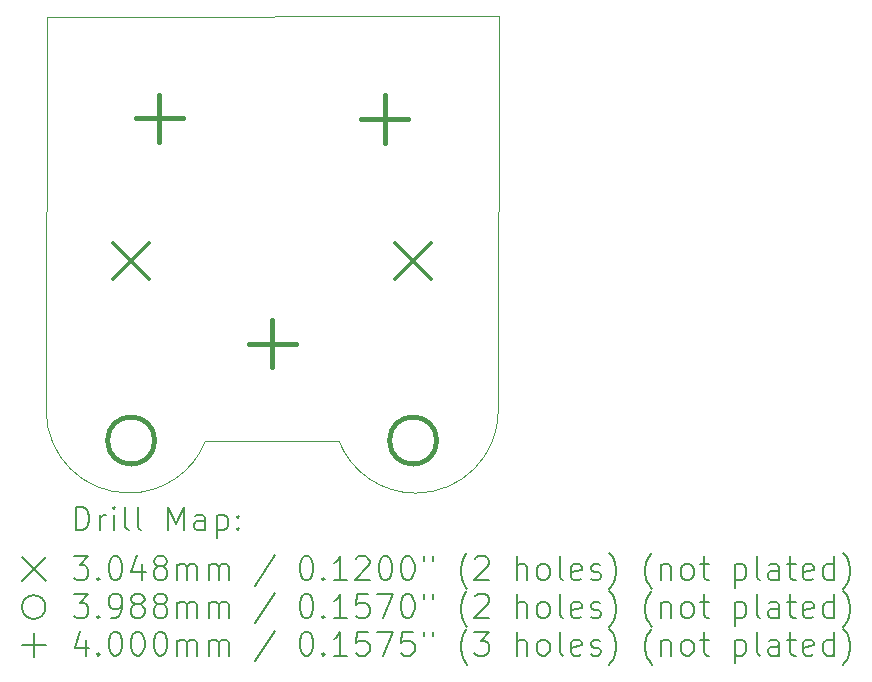
<source format=gbr>
%TF.GenerationSoftware,KiCad,Pcbnew,(6.0.8)*%
%TF.CreationDate,2024-06-02T21:29:24+02:00*%
%TF.ProjectId,micropad,6d696372-6f70-4616-942e-6b696361645f,rev?*%
%TF.SameCoordinates,Original*%
%TF.FileFunction,Drillmap*%
%TF.FilePolarity,Positive*%
%FSLAX45Y45*%
G04 Gerber Fmt 4.5, Leading zero omitted, Abs format (unit mm)*
G04 Created by KiCad (PCBNEW (6.0.8)) date 2024-06-02 21:29:24*
%MOMM*%
%LPD*%
G01*
G04 APERTURE LIST*
%ADD10C,0.100000*%
%ADD11C,0.200000*%
%ADD12C,0.304800*%
%ADD13C,0.398780*%
%ADD14C,0.400000*%
G04 APERTURE END LIST*
D10*
X6418000Y-8440000D02*
G75*
G03*
X7069000Y-8882000I651000J258413D01*
G01*
X4639000Y-8881000D02*
G75*
G03*
X5290000Y-8440000I1852J698266D01*
G01*
X5290000Y-8440000D02*
X6418000Y-8440000D01*
X7770000Y-4845000D02*
X3945000Y-4850000D01*
X3940000Y-8182000D02*
G75*
G03*
X4639000Y-8881000I699000J0D01*
G01*
X7069000Y-8882000D02*
G75*
G03*
X7769000Y-8182000I0J700000D01*
G01*
X3940000Y-8182000D02*
X3945000Y-4850000D01*
X7769000Y-8182000D02*
X7770000Y-4845000D01*
D11*
D12*
X4506800Y-6763605D02*
X4811600Y-7068405D01*
X4811600Y-6763605D02*
X4506800Y-7068405D01*
X6894400Y-6763605D02*
X7199200Y-7068405D01*
X7199200Y-6763605D02*
X6894400Y-7068405D01*
D13*
X4858590Y-8437005D02*
G75*
G03*
X4858590Y-8437005I-199390J0D01*
G01*
X7246190Y-8437005D02*
G75*
G03*
X7246190Y-8437005I-199390J0D01*
G01*
D14*
X4899000Y-5510000D02*
X4899000Y-5910000D01*
X4699000Y-5710000D02*
X5099000Y-5710000D01*
X5855000Y-7416000D02*
X5855000Y-7816000D01*
X5655000Y-7616000D02*
X6055000Y-7616000D01*
X6806000Y-5514000D02*
X6806000Y-5914000D01*
X6606000Y-5714000D02*
X7006000Y-5714000D01*
D11*
X4192619Y-9197476D02*
X4192619Y-8997476D01*
X4240238Y-8997476D01*
X4268810Y-9007000D01*
X4287857Y-9026048D01*
X4297381Y-9045095D01*
X4306905Y-9083190D01*
X4306905Y-9111762D01*
X4297381Y-9149857D01*
X4287857Y-9168905D01*
X4268810Y-9187952D01*
X4240238Y-9197476D01*
X4192619Y-9197476D01*
X4392619Y-9197476D02*
X4392619Y-9064143D01*
X4392619Y-9102238D02*
X4402143Y-9083190D01*
X4411667Y-9073667D01*
X4430714Y-9064143D01*
X4449762Y-9064143D01*
X4516429Y-9197476D02*
X4516429Y-9064143D01*
X4516429Y-8997476D02*
X4506905Y-9007000D01*
X4516429Y-9016524D01*
X4525952Y-9007000D01*
X4516429Y-8997476D01*
X4516429Y-9016524D01*
X4640238Y-9197476D02*
X4621190Y-9187952D01*
X4611667Y-9168905D01*
X4611667Y-8997476D01*
X4745000Y-9197476D02*
X4725952Y-9187952D01*
X4716429Y-9168905D01*
X4716429Y-8997476D01*
X4973571Y-9197476D02*
X4973571Y-8997476D01*
X5040238Y-9140333D01*
X5106905Y-8997476D01*
X5106905Y-9197476D01*
X5287857Y-9197476D02*
X5287857Y-9092714D01*
X5278333Y-9073667D01*
X5259286Y-9064143D01*
X5221190Y-9064143D01*
X5202143Y-9073667D01*
X5287857Y-9187952D02*
X5268810Y-9197476D01*
X5221190Y-9197476D01*
X5202143Y-9187952D01*
X5192619Y-9168905D01*
X5192619Y-9149857D01*
X5202143Y-9130810D01*
X5221190Y-9121286D01*
X5268810Y-9121286D01*
X5287857Y-9111762D01*
X5383095Y-9064143D02*
X5383095Y-9264143D01*
X5383095Y-9073667D02*
X5402143Y-9064143D01*
X5440238Y-9064143D01*
X5459286Y-9073667D01*
X5468810Y-9083190D01*
X5478333Y-9102238D01*
X5478333Y-9159381D01*
X5468810Y-9178429D01*
X5459286Y-9187952D01*
X5440238Y-9197476D01*
X5402143Y-9197476D01*
X5383095Y-9187952D01*
X5564048Y-9178429D02*
X5573571Y-9187952D01*
X5564048Y-9197476D01*
X5554524Y-9187952D01*
X5564048Y-9178429D01*
X5564048Y-9197476D01*
X5564048Y-9073667D02*
X5573571Y-9083190D01*
X5564048Y-9092714D01*
X5554524Y-9083190D01*
X5564048Y-9073667D01*
X5564048Y-9092714D01*
X3735000Y-9427000D02*
X3935000Y-9627000D01*
X3935000Y-9427000D02*
X3735000Y-9627000D01*
X4173571Y-9417476D02*
X4297381Y-9417476D01*
X4230714Y-9493667D01*
X4259286Y-9493667D01*
X4278333Y-9503190D01*
X4287857Y-9512714D01*
X4297381Y-9531762D01*
X4297381Y-9579381D01*
X4287857Y-9598429D01*
X4278333Y-9607952D01*
X4259286Y-9617476D01*
X4202143Y-9617476D01*
X4183095Y-9607952D01*
X4173571Y-9598429D01*
X4383095Y-9598429D02*
X4392619Y-9607952D01*
X4383095Y-9617476D01*
X4373571Y-9607952D01*
X4383095Y-9598429D01*
X4383095Y-9617476D01*
X4516429Y-9417476D02*
X4535476Y-9417476D01*
X4554524Y-9427000D01*
X4564048Y-9436524D01*
X4573571Y-9455571D01*
X4583095Y-9493667D01*
X4583095Y-9541286D01*
X4573571Y-9579381D01*
X4564048Y-9598429D01*
X4554524Y-9607952D01*
X4535476Y-9617476D01*
X4516429Y-9617476D01*
X4497381Y-9607952D01*
X4487857Y-9598429D01*
X4478333Y-9579381D01*
X4468810Y-9541286D01*
X4468810Y-9493667D01*
X4478333Y-9455571D01*
X4487857Y-9436524D01*
X4497381Y-9427000D01*
X4516429Y-9417476D01*
X4754524Y-9484143D02*
X4754524Y-9617476D01*
X4706905Y-9407952D02*
X4659286Y-9550810D01*
X4783095Y-9550810D01*
X4887857Y-9503190D02*
X4868810Y-9493667D01*
X4859286Y-9484143D01*
X4849762Y-9465095D01*
X4849762Y-9455571D01*
X4859286Y-9436524D01*
X4868810Y-9427000D01*
X4887857Y-9417476D01*
X4925952Y-9417476D01*
X4945000Y-9427000D01*
X4954524Y-9436524D01*
X4964048Y-9455571D01*
X4964048Y-9465095D01*
X4954524Y-9484143D01*
X4945000Y-9493667D01*
X4925952Y-9503190D01*
X4887857Y-9503190D01*
X4868810Y-9512714D01*
X4859286Y-9522238D01*
X4849762Y-9541286D01*
X4849762Y-9579381D01*
X4859286Y-9598429D01*
X4868810Y-9607952D01*
X4887857Y-9617476D01*
X4925952Y-9617476D01*
X4945000Y-9607952D01*
X4954524Y-9598429D01*
X4964048Y-9579381D01*
X4964048Y-9541286D01*
X4954524Y-9522238D01*
X4945000Y-9512714D01*
X4925952Y-9503190D01*
X5049762Y-9617476D02*
X5049762Y-9484143D01*
X5049762Y-9503190D02*
X5059286Y-9493667D01*
X5078333Y-9484143D01*
X5106905Y-9484143D01*
X5125952Y-9493667D01*
X5135476Y-9512714D01*
X5135476Y-9617476D01*
X5135476Y-9512714D02*
X5145000Y-9493667D01*
X5164048Y-9484143D01*
X5192619Y-9484143D01*
X5211667Y-9493667D01*
X5221190Y-9512714D01*
X5221190Y-9617476D01*
X5316429Y-9617476D02*
X5316429Y-9484143D01*
X5316429Y-9503190D02*
X5325952Y-9493667D01*
X5345000Y-9484143D01*
X5373571Y-9484143D01*
X5392619Y-9493667D01*
X5402143Y-9512714D01*
X5402143Y-9617476D01*
X5402143Y-9512714D02*
X5411667Y-9493667D01*
X5430714Y-9484143D01*
X5459286Y-9484143D01*
X5478333Y-9493667D01*
X5487857Y-9512714D01*
X5487857Y-9617476D01*
X5878333Y-9407952D02*
X5706905Y-9665095D01*
X6135476Y-9417476D02*
X6154524Y-9417476D01*
X6173571Y-9427000D01*
X6183095Y-9436524D01*
X6192619Y-9455571D01*
X6202143Y-9493667D01*
X6202143Y-9541286D01*
X6192619Y-9579381D01*
X6183095Y-9598429D01*
X6173571Y-9607952D01*
X6154524Y-9617476D01*
X6135476Y-9617476D01*
X6116428Y-9607952D01*
X6106905Y-9598429D01*
X6097381Y-9579381D01*
X6087857Y-9541286D01*
X6087857Y-9493667D01*
X6097381Y-9455571D01*
X6106905Y-9436524D01*
X6116428Y-9427000D01*
X6135476Y-9417476D01*
X6287857Y-9598429D02*
X6297381Y-9607952D01*
X6287857Y-9617476D01*
X6278333Y-9607952D01*
X6287857Y-9598429D01*
X6287857Y-9617476D01*
X6487857Y-9617476D02*
X6373571Y-9617476D01*
X6430714Y-9617476D02*
X6430714Y-9417476D01*
X6411667Y-9446048D01*
X6392619Y-9465095D01*
X6373571Y-9474619D01*
X6564048Y-9436524D02*
X6573571Y-9427000D01*
X6592619Y-9417476D01*
X6640238Y-9417476D01*
X6659286Y-9427000D01*
X6668809Y-9436524D01*
X6678333Y-9455571D01*
X6678333Y-9474619D01*
X6668809Y-9503190D01*
X6554524Y-9617476D01*
X6678333Y-9617476D01*
X6802143Y-9417476D02*
X6821190Y-9417476D01*
X6840238Y-9427000D01*
X6849762Y-9436524D01*
X6859286Y-9455571D01*
X6868809Y-9493667D01*
X6868809Y-9541286D01*
X6859286Y-9579381D01*
X6849762Y-9598429D01*
X6840238Y-9607952D01*
X6821190Y-9617476D01*
X6802143Y-9617476D01*
X6783095Y-9607952D01*
X6773571Y-9598429D01*
X6764048Y-9579381D01*
X6754524Y-9541286D01*
X6754524Y-9493667D01*
X6764048Y-9455571D01*
X6773571Y-9436524D01*
X6783095Y-9427000D01*
X6802143Y-9417476D01*
X6992619Y-9417476D02*
X7011667Y-9417476D01*
X7030714Y-9427000D01*
X7040238Y-9436524D01*
X7049762Y-9455571D01*
X7059286Y-9493667D01*
X7059286Y-9541286D01*
X7049762Y-9579381D01*
X7040238Y-9598429D01*
X7030714Y-9607952D01*
X7011667Y-9617476D01*
X6992619Y-9617476D01*
X6973571Y-9607952D01*
X6964048Y-9598429D01*
X6954524Y-9579381D01*
X6945000Y-9541286D01*
X6945000Y-9493667D01*
X6954524Y-9455571D01*
X6964048Y-9436524D01*
X6973571Y-9427000D01*
X6992619Y-9417476D01*
X7135476Y-9417476D02*
X7135476Y-9455571D01*
X7211667Y-9417476D02*
X7211667Y-9455571D01*
X7506905Y-9693667D02*
X7497381Y-9684143D01*
X7478333Y-9655571D01*
X7468809Y-9636524D01*
X7459286Y-9607952D01*
X7449762Y-9560333D01*
X7449762Y-9522238D01*
X7459286Y-9474619D01*
X7468809Y-9446048D01*
X7478333Y-9427000D01*
X7497381Y-9398429D01*
X7506905Y-9388905D01*
X7573571Y-9436524D02*
X7583095Y-9427000D01*
X7602143Y-9417476D01*
X7649762Y-9417476D01*
X7668809Y-9427000D01*
X7678333Y-9436524D01*
X7687857Y-9455571D01*
X7687857Y-9474619D01*
X7678333Y-9503190D01*
X7564048Y-9617476D01*
X7687857Y-9617476D01*
X7925952Y-9617476D02*
X7925952Y-9417476D01*
X8011667Y-9617476D02*
X8011667Y-9512714D01*
X8002143Y-9493667D01*
X7983095Y-9484143D01*
X7954524Y-9484143D01*
X7935476Y-9493667D01*
X7925952Y-9503190D01*
X8135476Y-9617476D02*
X8116428Y-9607952D01*
X8106905Y-9598429D01*
X8097381Y-9579381D01*
X8097381Y-9522238D01*
X8106905Y-9503190D01*
X8116428Y-9493667D01*
X8135476Y-9484143D01*
X8164048Y-9484143D01*
X8183095Y-9493667D01*
X8192619Y-9503190D01*
X8202143Y-9522238D01*
X8202143Y-9579381D01*
X8192619Y-9598429D01*
X8183095Y-9607952D01*
X8164048Y-9617476D01*
X8135476Y-9617476D01*
X8316428Y-9617476D02*
X8297381Y-9607952D01*
X8287857Y-9588905D01*
X8287857Y-9417476D01*
X8468810Y-9607952D02*
X8449762Y-9617476D01*
X8411667Y-9617476D01*
X8392619Y-9607952D01*
X8383095Y-9588905D01*
X8383095Y-9512714D01*
X8392619Y-9493667D01*
X8411667Y-9484143D01*
X8449762Y-9484143D01*
X8468810Y-9493667D01*
X8478333Y-9512714D01*
X8478333Y-9531762D01*
X8383095Y-9550810D01*
X8554524Y-9607952D02*
X8573571Y-9617476D01*
X8611667Y-9617476D01*
X8630714Y-9607952D01*
X8640238Y-9588905D01*
X8640238Y-9579381D01*
X8630714Y-9560333D01*
X8611667Y-9550810D01*
X8583095Y-9550810D01*
X8564048Y-9541286D01*
X8554524Y-9522238D01*
X8554524Y-9512714D01*
X8564048Y-9493667D01*
X8583095Y-9484143D01*
X8611667Y-9484143D01*
X8630714Y-9493667D01*
X8706905Y-9693667D02*
X8716429Y-9684143D01*
X8735476Y-9655571D01*
X8745000Y-9636524D01*
X8754524Y-9607952D01*
X8764048Y-9560333D01*
X8764048Y-9522238D01*
X8754524Y-9474619D01*
X8745000Y-9446048D01*
X8735476Y-9427000D01*
X8716429Y-9398429D01*
X8706905Y-9388905D01*
X9068810Y-9693667D02*
X9059286Y-9684143D01*
X9040238Y-9655571D01*
X9030714Y-9636524D01*
X9021190Y-9607952D01*
X9011667Y-9560333D01*
X9011667Y-9522238D01*
X9021190Y-9474619D01*
X9030714Y-9446048D01*
X9040238Y-9427000D01*
X9059286Y-9398429D01*
X9068810Y-9388905D01*
X9145000Y-9484143D02*
X9145000Y-9617476D01*
X9145000Y-9503190D02*
X9154524Y-9493667D01*
X9173571Y-9484143D01*
X9202143Y-9484143D01*
X9221190Y-9493667D01*
X9230714Y-9512714D01*
X9230714Y-9617476D01*
X9354524Y-9617476D02*
X9335476Y-9607952D01*
X9325952Y-9598429D01*
X9316429Y-9579381D01*
X9316429Y-9522238D01*
X9325952Y-9503190D01*
X9335476Y-9493667D01*
X9354524Y-9484143D01*
X9383095Y-9484143D01*
X9402143Y-9493667D01*
X9411667Y-9503190D01*
X9421190Y-9522238D01*
X9421190Y-9579381D01*
X9411667Y-9598429D01*
X9402143Y-9607952D01*
X9383095Y-9617476D01*
X9354524Y-9617476D01*
X9478333Y-9484143D02*
X9554524Y-9484143D01*
X9506905Y-9417476D02*
X9506905Y-9588905D01*
X9516429Y-9607952D01*
X9535476Y-9617476D01*
X9554524Y-9617476D01*
X9773571Y-9484143D02*
X9773571Y-9684143D01*
X9773571Y-9493667D02*
X9792619Y-9484143D01*
X9830714Y-9484143D01*
X9849762Y-9493667D01*
X9859286Y-9503190D01*
X9868810Y-9522238D01*
X9868810Y-9579381D01*
X9859286Y-9598429D01*
X9849762Y-9607952D01*
X9830714Y-9617476D01*
X9792619Y-9617476D01*
X9773571Y-9607952D01*
X9983095Y-9617476D02*
X9964048Y-9607952D01*
X9954524Y-9588905D01*
X9954524Y-9417476D01*
X10145000Y-9617476D02*
X10145000Y-9512714D01*
X10135476Y-9493667D01*
X10116429Y-9484143D01*
X10078333Y-9484143D01*
X10059286Y-9493667D01*
X10145000Y-9607952D02*
X10125952Y-9617476D01*
X10078333Y-9617476D01*
X10059286Y-9607952D01*
X10049762Y-9588905D01*
X10049762Y-9569857D01*
X10059286Y-9550810D01*
X10078333Y-9541286D01*
X10125952Y-9541286D01*
X10145000Y-9531762D01*
X10211667Y-9484143D02*
X10287857Y-9484143D01*
X10240238Y-9417476D02*
X10240238Y-9588905D01*
X10249762Y-9607952D01*
X10268810Y-9617476D01*
X10287857Y-9617476D01*
X10430714Y-9607952D02*
X10411667Y-9617476D01*
X10373571Y-9617476D01*
X10354524Y-9607952D01*
X10345000Y-9588905D01*
X10345000Y-9512714D01*
X10354524Y-9493667D01*
X10373571Y-9484143D01*
X10411667Y-9484143D01*
X10430714Y-9493667D01*
X10440238Y-9512714D01*
X10440238Y-9531762D01*
X10345000Y-9550810D01*
X10611667Y-9617476D02*
X10611667Y-9417476D01*
X10611667Y-9607952D02*
X10592619Y-9617476D01*
X10554524Y-9617476D01*
X10535476Y-9607952D01*
X10525952Y-9598429D01*
X10516429Y-9579381D01*
X10516429Y-9522238D01*
X10525952Y-9503190D01*
X10535476Y-9493667D01*
X10554524Y-9484143D01*
X10592619Y-9484143D01*
X10611667Y-9493667D01*
X10687857Y-9693667D02*
X10697381Y-9684143D01*
X10716429Y-9655571D01*
X10725952Y-9636524D01*
X10735476Y-9607952D01*
X10745000Y-9560333D01*
X10745000Y-9522238D01*
X10735476Y-9474619D01*
X10725952Y-9446048D01*
X10716429Y-9427000D01*
X10697381Y-9398429D01*
X10687857Y-9388905D01*
X3935000Y-9847000D02*
G75*
G03*
X3935000Y-9847000I-100000J0D01*
G01*
X4173571Y-9737476D02*
X4297381Y-9737476D01*
X4230714Y-9813667D01*
X4259286Y-9813667D01*
X4278333Y-9823190D01*
X4287857Y-9832714D01*
X4297381Y-9851762D01*
X4297381Y-9899381D01*
X4287857Y-9918429D01*
X4278333Y-9927952D01*
X4259286Y-9937476D01*
X4202143Y-9937476D01*
X4183095Y-9927952D01*
X4173571Y-9918429D01*
X4383095Y-9918429D02*
X4392619Y-9927952D01*
X4383095Y-9937476D01*
X4373571Y-9927952D01*
X4383095Y-9918429D01*
X4383095Y-9937476D01*
X4487857Y-9937476D02*
X4525952Y-9937476D01*
X4545000Y-9927952D01*
X4554524Y-9918429D01*
X4573571Y-9889857D01*
X4583095Y-9851762D01*
X4583095Y-9775571D01*
X4573571Y-9756524D01*
X4564048Y-9747000D01*
X4545000Y-9737476D01*
X4506905Y-9737476D01*
X4487857Y-9747000D01*
X4478333Y-9756524D01*
X4468810Y-9775571D01*
X4468810Y-9823190D01*
X4478333Y-9842238D01*
X4487857Y-9851762D01*
X4506905Y-9861286D01*
X4545000Y-9861286D01*
X4564048Y-9851762D01*
X4573571Y-9842238D01*
X4583095Y-9823190D01*
X4697381Y-9823190D02*
X4678333Y-9813667D01*
X4668810Y-9804143D01*
X4659286Y-9785095D01*
X4659286Y-9775571D01*
X4668810Y-9756524D01*
X4678333Y-9747000D01*
X4697381Y-9737476D01*
X4735476Y-9737476D01*
X4754524Y-9747000D01*
X4764048Y-9756524D01*
X4773571Y-9775571D01*
X4773571Y-9785095D01*
X4764048Y-9804143D01*
X4754524Y-9813667D01*
X4735476Y-9823190D01*
X4697381Y-9823190D01*
X4678333Y-9832714D01*
X4668810Y-9842238D01*
X4659286Y-9861286D01*
X4659286Y-9899381D01*
X4668810Y-9918429D01*
X4678333Y-9927952D01*
X4697381Y-9937476D01*
X4735476Y-9937476D01*
X4754524Y-9927952D01*
X4764048Y-9918429D01*
X4773571Y-9899381D01*
X4773571Y-9861286D01*
X4764048Y-9842238D01*
X4754524Y-9832714D01*
X4735476Y-9823190D01*
X4887857Y-9823190D02*
X4868810Y-9813667D01*
X4859286Y-9804143D01*
X4849762Y-9785095D01*
X4849762Y-9775571D01*
X4859286Y-9756524D01*
X4868810Y-9747000D01*
X4887857Y-9737476D01*
X4925952Y-9737476D01*
X4945000Y-9747000D01*
X4954524Y-9756524D01*
X4964048Y-9775571D01*
X4964048Y-9785095D01*
X4954524Y-9804143D01*
X4945000Y-9813667D01*
X4925952Y-9823190D01*
X4887857Y-9823190D01*
X4868810Y-9832714D01*
X4859286Y-9842238D01*
X4849762Y-9861286D01*
X4849762Y-9899381D01*
X4859286Y-9918429D01*
X4868810Y-9927952D01*
X4887857Y-9937476D01*
X4925952Y-9937476D01*
X4945000Y-9927952D01*
X4954524Y-9918429D01*
X4964048Y-9899381D01*
X4964048Y-9861286D01*
X4954524Y-9842238D01*
X4945000Y-9832714D01*
X4925952Y-9823190D01*
X5049762Y-9937476D02*
X5049762Y-9804143D01*
X5049762Y-9823190D02*
X5059286Y-9813667D01*
X5078333Y-9804143D01*
X5106905Y-9804143D01*
X5125952Y-9813667D01*
X5135476Y-9832714D01*
X5135476Y-9937476D01*
X5135476Y-9832714D02*
X5145000Y-9813667D01*
X5164048Y-9804143D01*
X5192619Y-9804143D01*
X5211667Y-9813667D01*
X5221190Y-9832714D01*
X5221190Y-9937476D01*
X5316429Y-9937476D02*
X5316429Y-9804143D01*
X5316429Y-9823190D02*
X5325952Y-9813667D01*
X5345000Y-9804143D01*
X5373571Y-9804143D01*
X5392619Y-9813667D01*
X5402143Y-9832714D01*
X5402143Y-9937476D01*
X5402143Y-9832714D02*
X5411667Y-9813667D01*
X5430714Y-9804143D01*
X5459286Y-9804143D01*
X5478333Y-9813667D01*
X5487857Y-9832714D01*
X5487857Y-9937476D01*
X5878333Y-9727952D02*
X5706905Y-9985095D01*
X6135476Y-9737476D02*
X6154524Y-9737476D01*
X6173571Y-9747000D01*
X6183095Y-9756524D01*
X6192619Y-9775571D01*
X6202143Y-9813667D01*
X6202143Y-9861286D01*
X6192619Y-9899381D01*
X6183095Y-9918429D01*
X6173571Y-9927952D01*
X6154524Y-9937476D01*
X6135476Y-9937476D01*
X6116428Y-9927952D01*
X6106905Y-9918429D01*
X6097381Y-9899381D01*
X6087857Y-9861286D01*
X6087857Y-9813667D01*
X6097381Y-9775571D01*
X6106905Y-9756524D01*
X6116428Y-9747000D01*
X6135476Y-9737476D01*
X6287857Y-9918429D02*
X6297381Y-9927952D01*
X6287857Y-9937476D01*
X6278333Y-9927952D01*
X6287857Y-9918429D01*
X6287857Y-9937476D01*
X6487857Y-9937476D02*
X6373571Y-9937476D01*
X6430714Y-9937476D02*
X6430714Y-9737476D01*
X6411667Y-9766048D01*
X6392619Y-9785095D01*
X6373571Y-9794619D01*
X6668809Y-9737476D02*
X6573571Y-9737476D01*
X6564048Y-9832714D01*
X6573571Y-9823190D01*
X6592619Y-9813667D01*
X6640238Y-9813667D01*
X6659286Y-9823190D01*
X6668809Y-9832714D01*
X6678333Y-9851762D01*
X6678333Y-9899381D01*
X6668809Y-9918429D01*
X6659286Y-9927952D01*
X6640238Y-9937476D01*
X6592619Y-9937476D01*
X6573571Y-9927952D01*
X6564048Y-9918429D01*
X6745000Y-9737476D02*
X6878333Y-9737476D01*
X6792619Y-9937476D01*
X6992619Y-9737476D02*
X7011667Y-9737476D01*
X7030714Y-9747000D01*
X7040238Y-9756524D01*
X7049762Y-9775571D01*
X7059286Y-9813667D01*
X7059286Y-9861286D01*
X7049762Y-9899381D01*
X7040238Y-9918429D01*
X7030714Y-9927952D01*
X7011667Y-9937476D01*
X6992619Y-9937476D01*
X6973571Y-9927952D01*
X6964048Y-9918429D01*
X6954524Y-9899381D01*
X6945000Y-9861286D01*
X6945000Y-9813667D01*
X6954524Y-9775571D01*
X6964048Y-9756524D01*
X6973571Y-9747000D01*
X6992619Y-9737476D01*
X7135476Y-9737476D02*
X7135476Y-9775571D01*
X7211667Y-9737476D02*
X7211667Y-9775571D01*
X7506905Y-10013667D02*
X7497381Y-10004143D01*
X7478333Y-9975571D01*
X7468809Y-9956524D01*
X7459286Y-9927952D01*
X7449762Y-9880333D01*
X7449762Y-9842238D01*
X7459286Y-9794619D01*
X7468809Y-9766048D01*
X7478333Y-9747000D01*
X7497381Y-9718429D01*
X7506905Y-9708905D01*
X7573571Y-9756524D02*
X7583095Y-9747000D01*
X7602143Y-9737476D01*
X7649762Y-9737476D01*
X7668809Y-9747000D01*
X7678333Y-9756524D01*
X7687857Y-9775571D01*
X7687857Y-9794619D01*
X7678333Y-9823190D01*
X7564048Y-9937476D01*
X7687857Y-9937476D01*
X7925952Y-9937476D02*
X7925952Y-9737476D01*
X8011667Y-9937476D02*
X8011667Y-9832714D01*
X8002143Y-9813667D01*
X7983095Y-9804143D01*
X7954524Y-9804143D01*
X7935476Y-9813667D01*
X7925952Y-9823190D01*
X8135476Y-9937476D02*
X8116428Y-9927952D01*
X8106905Y-9918429D01*
X8097381Y-9899381D01*
X8097381Y-9842238D01*
X8106905Y-9823190D01*
X8116428Y-9813667D01*
X8135476Y-9804143D01*
X8164048Y-9804143D01*
X8183095Y-9813667D01*
X8192619Y-9823190D01*
X8202143Y-9842238D01*
X8202143Y-9899381D01*
X8192619Y-9918429D01*
X8183095Y-9927952D01*
X8164048Y-9937476D01*
X8135476Y-9937476D01*
X8316428Y-9937476D02*
X8297381Y-9927952D01*
X8287857Y-9908905D01*
X8287857Y-9737476D01*
X8468810Y-9927952D02*
X8449762Y-9937476D01*
X8411667Y-9937476D01*
X8392619Y-9927952D01*
X8383095Y-9908905D01*
X8383095Y-9832714D01*
X8392619Y-9813667D01*
X8411667Y-9804143D01*
X8449762Y-9804143D01*
X8468810Y-9813667D01*
X8478333Y-9832714D01*
X8478333Y-9851762D01*
X8383095Y-9870810D01*
X8554524Y-9927952D02*
X8573571Y-9937476D01*
X8611667Y-9937476D01*
X8630714Y-9927952D01*
X8640238Y-9908905D01*
X8640238Y-9899381D01*
X8630714Y-9880333D01*
X8611667Y-9870810D01*
X8583095Y-9870810D01*
X8564048Y-9861286D01*
X8554524Y-9842238D01*
X8554524Y-9832714D01*
X8564048Y-9813667D01*
X8583095Y-9804143D01*
X8611667Y-9804143D01*
X8630714Y-9813667D01*
X8706905Y-10013667D02*
X8716429Y-10004143D01*
X8735476Y-9975571D01*
X8745000Y-9956524D01*
X8754524Y-9927952D01*
X8764048Y-9880333D01*
X8764048Y-9842238D01*
X8754524Y-9794619D01*
X8745000Y-9766048D01*
X8735476Y-9747000D01*
X8716429Y-9718429D01*
X8706905Y-9708905D01*
X9068810Y-10013667D02*
X9059286Y-10004143D01*
X9040238Y-9975571D01*
X9030714Y-9956524D01*
X9021190Y-9927952D01*
X9011667Y-9880333D01*
X9011667Y-9842238D01*
X9021190Y-9794619D01*
X9030714Y-9766048D01*
X9040238Y-9747000D01*
X9059286Y-9718429D01*
X9068810Y-9708905D01*
X9145000Y-9804143D02*
X9145000Y-9937476D01*
X9145000Y-9823190D02*
X9154524Y-9813667D01*
X9173571Y-9804143D01*
X9202143Y-9804143D01*
X9221190Y-9813667D01*
X9230714Y-9832714D01*
X9230714Y-9937476D01*
X9354524Y-9937476D02*
X9335476Y-9927952D01*
X9325952Y-9918429D01*
X9316429Y-9899381D01*
X9316429Y-9842238D01*
X9325952Y-9823190D01*
X9335476Y-9813667D01*
X9354524Y-9804143D01*
X9383095Y-9804143D01*
X9402143Y-9813667D01*
X9411667Y-9823190D01*
X9421190Y-9842238D01*
X9421190Y-9899381D01*
X9411667Y-9918429D01*
X9402143Y-9927952D01*
X9383095Y-9937476D01*
X9354524Y-9937476D01*
X9478333Y-9804143D02*
X9554524Y-9804143D01*
X9506905Y-9737476D02*
X9506905Y-9908905D01*
X9516429Y-9927952D01*
X9535476Y-9937476D01*
X9554524Y-9937476D01*
X9773571Y-9804143D02*
X9773571Y-10004143D01*
X9773571Y-9813667D02*
X9792619Y-9804143D01*
X9830714Y-9804143D01*
X9849762Y-9813667D01*
X9859286Y-9823190D01*
X9868810Y-9842238D01*
X9868810Y-9899381D01*
X9859286Y-9918429D01*
X9849762Y-9927952D01*
X9830714Y-9937476D01*
X9792619Y-9937476D01*
X9773571Y-9927952D01*
X9983095Y-9937476D02*
X9964048Y-9927952D01*
X9954524Y-9908905D01*
X9954524Y-9737476D01*
X10145000Y-9937476D02*
X10145000Y-9832714D01*
X10135476Y-9813667D01*
X10116429Y-9804143D01*
X10078333Y-9804143D01*
X10059286Y-9813667D01*
X10145000Y-9927952D02*
X10125952Y-9937476D01*
X10078333Y-9937476D01*
X10059286Y-9927952D01*
X10049762Y-9908905D01*
X10049762Y-9889857D01*
X10059286Y-9870810D01*
X10078333Y-9861286D01*
X10125952Y-9861286D01*
X10145000Y-9851762D01*
X10211667Y-9804143D02*
X10287857Y-9804143D01*
X10240238Y-9737476D02*
X10240238Y-9908905D01*
X10249762Y-9927952D01*
X10268810Y-9937476D01*
X10287857Y-9937476D01*
X10430714Y-9927952D02*
X10411667Y-9937476D01*
X10373571Y-9937476D01*
X10354524Y-9927952D01*
X10345000Y-9908905D01*
X10345000Y-9832714D01*
X10354524Y-9813667D01*
X10373571Y-9804143D01*
X10411667Y-9804143D01*
X10430714Y-9813667D01*
X10440238Y-9832714D01*
X10440238Y-9851762D01*
X10345000Y-9870810D01*
X10611667Y-9937476D02*
X10611667Y-9737476D01*
X10611667Y-9927952D02*
X10592619Y-9937476D01*
X10554524Y-9937476D01*
X10535476Y-9927952D01*
X10525952Y-9918429D01*
X10516429Y-9899381D01*
X10516429Y-9842238D01*
X10525952Y-9823190D01*
X10535476Y-9813667D01*
X10554524Y-9804143D01*
X10592619Y-9804143D01*
X10611667Y-9813667D01*
X10687857Y-10013667D02*
X10697381Y-10004143D01*
X10716429Y-9975571D01*
X10725952Y-9956524D01*
X10735476Y-9927952D01*
X10745000Y-9880333D01*
X10745000Y-9842238D01*
X10735476Y-9794619D01*
X10725952Y-9766048D01*
X10716429Y-9747000D01*
X10697381Y-9718429D01*
X10687857Y-9708905D01*
X3835000Y-10067000D02*
X3835000Y-10267000D01*
X3735000Y-10167000D02*
X3935000Y-10167000D01*
X4278333Y-10124143D02*
X4278333Y-10257476D01*
X4230714Y-10047952D02*
X4183095Y-10190810D01*
X4306905Y-10190810D01*
X4383095Y-10238429D02*
X4392619Y-10247952D01*
X4383095Y-10257476D01*
X4373571Y-10247952D01*
X4383095Y-10238429D01*
X4383095Y-10257476D01*
X4516429Y-10057476D02*
X4535476Y-10057476D01*
X4554524Y-10067000D01*
X4564048Y-10076524D01*
X4573571Y-10095571D01*
X4583095Y-10133667D01*
X4583095Y-10181286D01*
X4573571Y-10219381D01*
X4564048Y-10238429D01*
X4554524Y-10247952D01*
X4535476Y-10257476D01*
X4516429Y-10257476D01*
X4497381Y-10247952D01*
X4487857Y-10238429D01*
X4478333Y-10219381D01*
X4468810Y-10181286D01*
X4468810Y-10133667D01*
X4478333Y-10095571D01*
X4487857Y-10076524D01*
X4497381Y-10067000D01*
X4516429Y-10057476D01*
X4706905Y-10057476D02*
X4725952Y-10057476D01*
X4745000Y-10067000D01*
X4754524Y-10076524D01*
X4764048Y-10095571D01*
X4773571Y-10133667D01*
X4773571Y-10181286D01*
X4764048Y-10219381D01*
X4754524Y-10238429D01*
X4745000Y-10247952D01*
X4725952Y-10257476D01*
X4706905Y-10257476D01*
X4687857Y-10247952D01*
X4678333Y-10238429D01*
X4668810Y-10219381D01*
X4659286Y-10181286D01*
X4659286Y-10133667D01*
X4668810Y-10095571D01*
X4678333Y-10076524D01*
X4687857Y-10067000D01*
X4706905Y-10057476D01*
X4897381Y-10057476D02*
X4916429Y-10057476D01*
X4935476Y-10067000D01*
X4945000Y-10076524D01*
X4954524Y-10095571D01*
X4964048Y-10133667D01*
X4964048Y-10181286D01*
X4954524Y-10219381D01*
X4945000Y-10238429D01*
X4935476Y-10247952D01*
X4916429Y-10257476D01*
X4897381Y-10257476D01*
X4878333Y-10247952D01*
X4868810Y-10238429D01*
X4859286Y-10219381D01*
X4849762Y-10181286D01*
X4849762Y-10133667D01*
X4859286Y-10095571D01*
X4868810Y-10076524D01*
X4878333Y-10067000D01*
X4897381Y-10057476D01*
X5049762Y-10257476D02*
X5049762Y-10124143D01*
X5049762Y-10143190D02*
X5059286Y-10133667D01*
X5078333Y-10124143D01*
X5106905Y-10124143D01*
X5125952Y-10133667D01*
X5135476Y-10152714D01*
X5135476Y-10257476D01*
X5135476Y-10152714D02*
X5145000Y-10133667D01*
X5164048Y-10124143D01*
X5192619Y-10124143D01*
X5211667Y-10133667D01*
X5221190Y-10152714D01*
X5221190Y-10257476D01*
X5316429Y-10257476D02*
X5316429Y-10124143D01*
X5316429Y-10143190D02*
X5325952Y-10133667D01*
X5345000Y-10124143D01*
X5373571Y-10124143D01*
X5392619Y-10133667D01*
X5402143Y-10152714D01*
X5402143Y-10257476D01*
X5402143Y-10152714D02*
X5411667Y-10133667D01*
X5430714Y-10124143D01*
X5459286Y-10124143D01*
X5478333Y-10133667D01*
X5487857Y-10152714D01*
X5487857Y-10257476D01*
X5878333Y-10047952D02*
X5706905Y-10305095D01*
X6135476Y-10057476D02*
X6154524Y-10057476D01*
X6173571Y-10067000D01*
X6183095Y-10076524D01*
X6192619Y-10095571D01*
X6202143Y-10133667D01*
X6202143Y-10181286D01*
X6192619Y-10219381D01*
X6183095Y-10238429D01*
X6173571Y-10247952D01*
X6154524Y-10257476D01*
X6135476Y-10257476D01*
X6116428Y-10247952D01*
X6106905Y-10238429D01*
X6097381Y-10219381D01*
X6087857Y-10181286D01*
X6087857Y-10133667D01*
X6097381Y-10095571D01*
X6106905Y-10076524D01*
X6116428Y-10067000D01*
X6135476Y-10057476D01*
X6287857Y-10238429D02*
X6297381Y-10247952D01*
X6287857Y-10257476D01*
X6278333Y-10247952D01*
X6287857Y-10238429D01*
X6287857Y-10257476D01*
X6487857Y-10257476D02*
X6373571Y-10257476D01*
X6430714Y-10257476D02*
X6430714Y-10057476D01*
X6411667Y-10086048D01*
X6392619Y-10105095D01*
X6373571Y-10114619D01*
X6668809Y-10057476D02*
X6573571Y-10057476D01*
X6564048Y-10152714D01*
X6573571Y-10143190D01*
X6592619Y-10133667D01*
X6640238Y-10133667D01*
X6659286Y-10143190D01*
X6668809Y-10152714D01*
X6678333Y-10171762D01*
X6678333Y-10219381D01*
X6668809Y-10238429D01*
X6659286Y-10247952D01*
X6640238Y-10257476D01*
X6592619Y-10257476D01*
X6573571Y-10247952D01*
X6564048Y-10238429D01*
X6745000Y-10057476D02*
X6878333Y-10057476D01*
X6792619Y-10257476D01*
X7049762Y-10057476D02*
X6954524Y-10057476D01*
X6945000Y-10152714D01*
X6954524Y-10143190D01*
X6973571Y-10133667D01*
X7021190Y-10133667D01*
X7040238Y-10143190D01*
X7049762Y-10152714D01*
X7059286Y-10171762D01*
X7059286Y-10219381D01*
X7049762Y-10238429D01*
X7040238Y-10247952D01*
X7021190Y-10257476D01*
X6973571Y-10257476D01*
X6954524Y-10247952D01*
X6945000Y-10238429D01*
X7135476Y-10057476D02*
X7135476Y-10095571D01*
X7211667Y-10057476D02*
X7211667Y-10095571D01*
X7506905Y-10333667D02*
X7497381Y-10324143D01*
X7478333Y-10295571D01*
X7468809Y-10276524D01*
X7459286Y-10247952D01*
X7449762Y-10200333D01*
X7449762Y-10162238D01*
X7459286Y-10114619D01*
X7468809Y-10086048D01*
X7478333Y-10067000D01*
X7497381Y-10038429D01*
X7506905Y-10028905D01*
X7564048Y-10057476D02*
X7687857Y-10057476D01*
X7621190Y-10133667D01*
X7649762Y-10133667D01*
X7668809Y-10143190D01*
X7678333Y-10152714D01*
X7687857Y-10171762D01*
X7687857Y-10219381D01*
X7678333Y-10238429D01*
X7668809Y-10247952D01*
X7649762Y-10257476D01*
X7592619Y-10257476D01*
X7573571Y-10247952D01*
X7564048Y-10238429D01*
X7925952Y-10257476D02*
X7925952Y-10057476D01*
X8011667Y-10257476D02*
X8011667Y-10152714D01*
X8002143Y-10133667D01*
X7983095Y-10124143D01*
X7954524Y-10124143D01*
X7935476Y-10133667D01*
X7925952Y-10143190D01*
X8135476Y-10257476D02*
X8116428Y-10247952D01*
X8106905Y-10238429D01*
X8097381Y-10219381D01*
X8097381Y-10162238D01*
X8106905Y-10143190D01*
X8116428Y-10133667D01*
X8135476Y-10124143D01*
X8164048Y-10124143D01*
X8183095Y-10133667D01*
X8192619Y-10143190D01*
X8202143Y-10162238D01*
X8202143Y-10219381D01*
X8192619Y-10238429D01*
X8183095Y-10247952D01*
X8164048Y-10257476D01*
X8135476Y-10257476D01*
X8316428Y-10257476D02*
X8297381Y-10247952D01*
X8287857Y-10228905D01*
X8287857Y-10057476D01*
X8468810Y-10247952D02*
X8449762Y-10257476D01*
X8411667Y-10257476D01*
X8392619Y-10247952D01*
X8383095Y-10228905D01*
X8383095Y-10152714D01*
X8392619Y-10133667D01*
X8411667Y-10124143D01*
X8449762Y-10124143D01*
X8468810Y-10133667D01*
X8478333Y-10152714D01*
X8478333Y-10171762D01*
X8383095Y-10190810D01*
X8554524Y-10247952D02*
X8573571Y-10257476D01*
X8611667Y-10257476D01*
X8630714Y-10247952D01*
X8640238Y-10228905D01*
X8640238Y-10219381D01*
X8630714Y-10200333D01*
X8611667Y-10190810D01*
X8583095Y-10190810D01*
X8564048Y-10181286D01*
X8554524Y-10162238D01*
X8554524Y-10152714D01*
X8564048Y-10133667D01*
X8583095Y-10124143D01*
X8611667Y-10124143D01*
X8630714Y-10133667D01*
X8706905Y-10333667D02*
X8716429Y-10324143D01*
X8735476Y-10295571D01*
X8745000Y-10276524D01*
X8754524Y-10247952D01*
X8764048Y-10200333D01*
X8764048Y-10162238D01*
X8754524Y-10114619D01*
X8745000Y-10086048D01*
X8735476Y-10067000D01*
X8716429Y-10038429D01*
X8706905Y-10028905D01*
X9068810Y-10333667D02*
X9059286Y-10324143D01*
X9040238Y-10295571D01*
X9030714Y-10276524D01*
X9021190Y-10247952D01*
X9011667Y-10200333D01*
X9011667Y-10162238D01*
X9021190Y-10114619D01*
X9030714Y-10086048D01*
X9040238Y-10067000D01*
X9059286Y-10038429D01*
X9068810Y-10028905D01*
X9145000Y-10124143D02*
X9145000Y-10257476D01*
X9145000Y-10143190D02*
X9154524Y-10133667D01*
X9173571Y-10124143D01*
X9202143Y-10124143D01*
X9221190Y-10133667D01*
X9230714Y-10152714D01*
X9230714Y-10257476D01*
X9354524Y-10257476D02*
X9335476Y-10247952D01*
X9325952Y-10238429D01*
X9316429Y-10219381D01*
X9316429Y-10162238D01*
X9325952Y-10143190D01*
X9335476Y-10133667D01*
X9354524Y-10124143D01*
X9383095Y-10124143D01*
X9402143Y-10133667D01*
X9411667Y-10143190D01*
X9421190Y-10162238D01*
X9421190Y-10219381D01*
X9411667Y-10238429D01*
X9402143Y-10247952D01*
X9383095Y-10257476D01*
X9354524Y-10257476D01*
X9478333Y-10124143D02*
X9554524Y-10124143D01*
X9506905Y-10057476D02*
X9506905Y-10228905D01*
X9516429Y-10247952D01*
X9535476Y-10257476D01*
X9554524Y-10257476D01*
X9773571Y-10124143D02*
X9773571Y-10324143D01*
X9773571Y-10133667D02*
X9792619Y-10124143D01*
X9830714Y-10124143D01*
X9849762Y-10133667D01*
X9859286Y-10143190D01*
X9868810Y-10162238D01*
X9868810Y-10219381D01*
X9859286Y-10238429D01*
X9849762Y-10247952D01*
X9830714Y-10257476D01*
X9792619Y-10257476D01*
X9773571Y-10247952D01*
X9983095Y-10257476D02*
X9964048Y-10247952D01*
X9954524Y-10228905D01*
X9954524Y-10057476D01*
X10145000Y-10257476D02*
X10145000Y-10152714D01*
X10135476Y-10133667D01*
X10116429Y-10124143D01*
X10078333Y-10124143D01*
X10059286Y-10133667D01*
X10145000Y-10247952D02*
X10125952Y-10257476D01*
X10078333Y-10257476D01*
X10059286Y-10247952D01*
X10049762Y-10228905D01*
X10049762Y-10209857D01*
X10059286Y-10190810D01*
X10078333Y-10181286D01*
X10125952Y-10181286D01*
X10145000Y-10171762D01*
X10211667Y-10124143D02*
X10287857Y-10124143D01*
X10240238Y-10057476D02*
X10240238Y-10228905D01*
X10249762Y-10247952D01*
X10268810Y-10257476D01*
X10287857Y-10257476D01*
X10430714Y-10247952D02*
X10411667Y-10257476D01*
X10373571Y-10257476D01*
X10354524Y-10247952D01*
X10345000Y-10228905D01*
X10345000Y-10152714D01*
X10354524Y-10133667D01*
X10373571Y-10124143D01*
X10411667Y-10124143D01*
X10430714Y-10133667D01*
X10440238Y-10152714D01*
X10440238Y-10171762D01*
X10345000Y-10190810D01*
X10611667Y-10257476D02*
X10611667Y-10057476D01*
X10611667Y-10247952D02*
X10592619Y-10257476D01*
X10554524Y-10257476D01*
X10535476Y-10247952D01*
X10525952Y-10238429D01*
X10516429Y-10219381D01*
X10516429Y-10162238D01*
X10525952Y-10143190D01*
X10535476Y-10133667D01*
X10554524Y-10124143D01*
X10592619Y-10124143D01*
X10611667Y-10133667D01*
X10687857Y-10333667D02*
X10697381Y-10324143D01*
X10716429Y-10295571D01*
X10725952Y-10276524D01*
X10735476Y-10247952D01*
X10745000Y-10200333D01*
X10745000Y-10162238D01*
X10735476Y-10114619D01*
X10725952Y-10086048D01*
X10716429Y-10067000D01*
X10697381Y-10038429D01*
X10687857Y-10028905D01*
M02*

</source>
